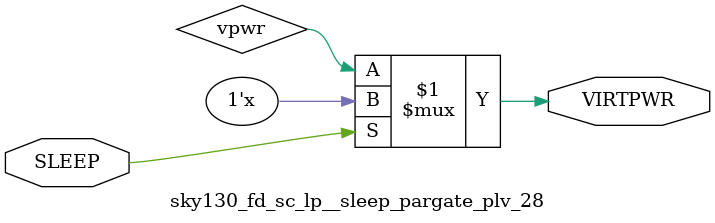
<source format=v>
/*
 * Copyright 2020 The SkyWater PDK Authors
 *
 * Licensed under the Apache License, Version 2.0 (the "License");
 * you may not use this file except in compliance with the License.
 * You may obtain a copy of the License at
 *
 *     https://www.apache.org/licenses/LICENSE-2.0
 *
 * Unless required by applicable law or agreed to in writing, software
 * distributed under the License is distributed on an "AS IS" BASIS,
 * WITHOUT WARRANTIES OR CONDITIONS OF ANY KIND, either express or implied.
 * See the License for the specific language governing permissions and
 * limitations under the License.
 *
 * SPDX-License-Identifier: Apache-2.0
*/


`ifndef SKY130_FD_SC_LP__SLEEP_PARGATE_PLV_28_FUNCTIONAL_V
`define SKY130_FD_SC_LP__SLEEP_PARGATE_PLV_28_FUNCTIONAL_V

/**
 * sleep_pargate_plv: ????.
 *
 * Verilog simulation functional model.
 */

`timescale 1ns / 1ps
`default_nettype none

`celldefine
module sky130_fd_sc_lp__sleep_pargate_plv_28 (
    VIRTPWR,
    SLEEP
);

    // Module ports
    output VIRTPWR;
    input  SLEEP  ;

    // Local signals
    wire vgnd;
    wire vpwr;

    //       Name       Output   Other arguments
    pulldown pulldown0 (vgnd   );
    bufif0   bufif00   (VIRTPWR, vpwr, SLEEP    );

endmodule
`endcelldefine

`default_nettype wire
`endif  // SKY130_FD_SC_LP__SLEEP_PARGATE_PLV_28_FUNCTIONAL_V

</source>
